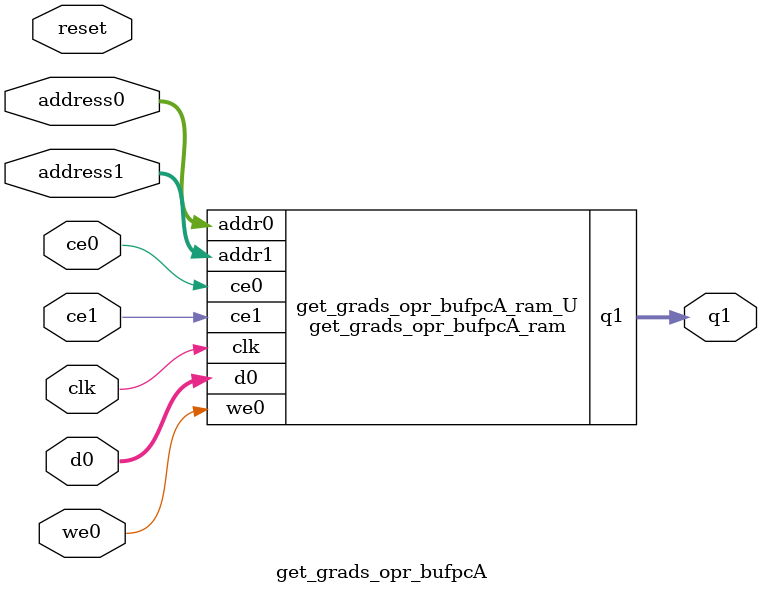
<source format=v>

`timescale 1 ns / 1 ps
module get_grads_opr_bufpcA_ram (addr0, ce0, d0, we0, addr1, ce1, q1,  clk);

parameter DWIDTH = 8;
parameter AWIDTH = 10;
parameter MEM_SIZE = 640;

input[AWIDTH-1:0] addr0;
input ce0;
input[DWIDTH-1:0] d0;
input we0;
input[AWIDTH-1:0] addr1;
input ce1;
output reg[DWIDTH-1:0] q1;
input clk;

(* ram_style = "block" *)reg [DWIDTH-1:0] ram[0:MEM_SIZE-1];




always @(posedge clk)  
begin 
    if (ce0) 
    begin
        if (we0) 
        begin 
            ram[addr0] <= d0; 
        end 
    end
end


always @(posedge clk)  
begin 
    if (ce1) 
    begin
            q1 <= ram[addr1];
    end
end


endmodule


`timescale 1 ns / 1 ps
module get_grads_opr_bufpcA(
    reset,
    clk,
    address0,
    ce0,
    we0,
    d0,
    address1,
    ce1,
    q1);

parameter DataWidth = 32'd8;
parameter AddressRange = 32'd640;
parameter AddressWidth = 32'd10;
input reset;
input clk;
input[AddressWidth - 1:0] address0;
input ce0;
input we0;
input[DataWidth - 1:0] d0;
input[AddressWidth - 1:0] address1;
input ce1;
output[DataWidth - 1:0] q1;



get_grads_opr_bufpcA_ram get_grads_opr_bufpcA_ram_U(
    .clk( clk ),
    .addr0( address0 ),
    .ce0( ce0 ),
    .d0( d0 ),
    .we0( we0 ),
    .addr1( address1 ),
    .ce1( ce1 ),
    .q1( q1 ));

endmodule


</source>
